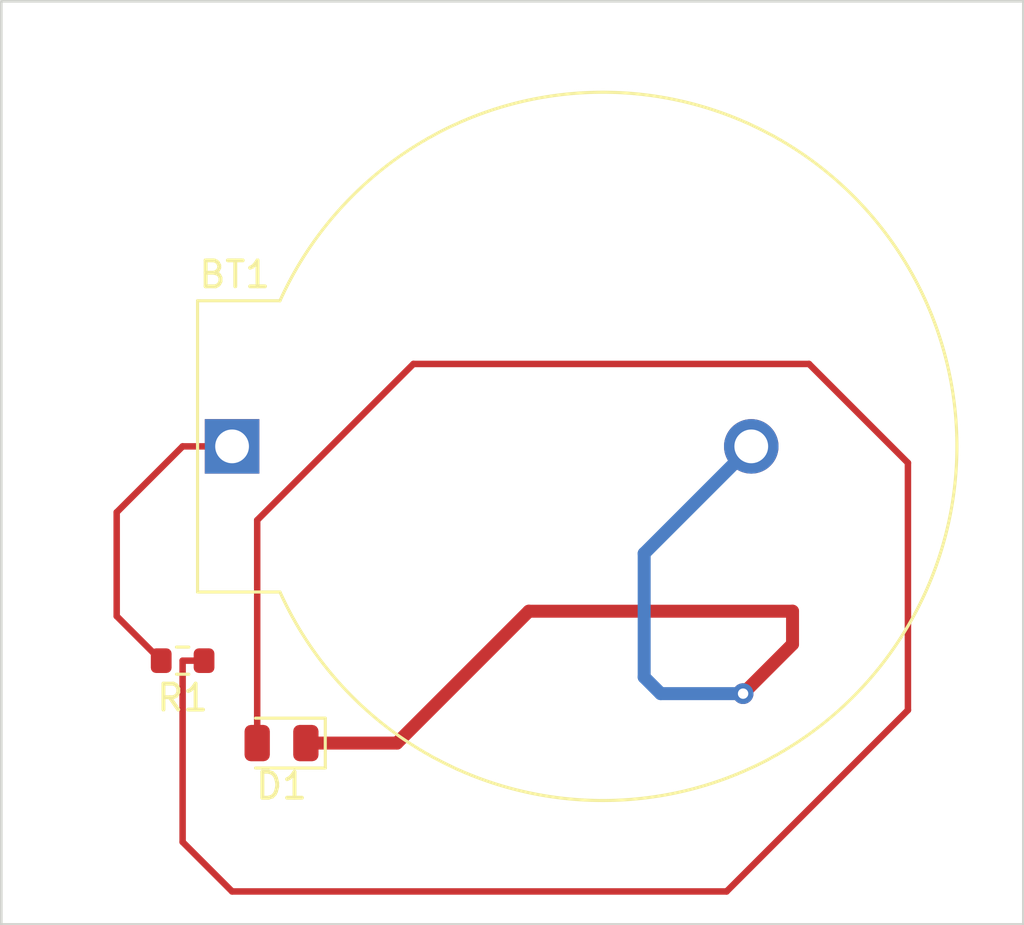
<source format=kicad_pcb>
(kicad_pcb (version 20211014) (generator pcbnew)
  (layers (0 "F.Cu" signal) (1 "In1.Cu" signal) (2 "In2.Cu" signal) (31 "B.Cu" signal) (34 "B.Paste" user) (35 "F.Paste" user) (36 "B.SilkS" user "B.Silkscreen") (37 "F.SilkS" user "F.Silkscreen") (38 "B.Mask" user) (39 "F.Mask" user) (44 "Edge.Cuts" user))
  (net 0 "")
  (net 1 "GND")
  (net 2 "battery positive")
  (net 3 "Net-(D1-Pad2)")
  (footprint "LED_SMD:LED_0805_2012Metric" (layer "F.Cu") (at 123.952 115.062 180)
    (fp_text reference "D1" (at 0 -1.65) (layer "F.SilkS"))
    (fp_text value "LED")
    (fp_line (start -1.685 0.96) (end 1 0.96) (layer "F.SilkS") (width 0.12))
    (fp_line (start -1.685 -0.96) (end -1.685 0.96) (layer "F.SilkS") (width 0.12))
    (fp_line (start 1 -0.96) (end -1.685 -0.96) (layer "F.SilkS") (width 0.12))
    (pad "1" smd roundrect (at -0.9375 0 180) (size 0.975 1.4) (layers "F.Cu" "F.Paste" "F.Mask") (net 1 "GND"))
    (pad "2" smd roundrect (at 0.9375 0 180) (size 0.975 1.4) (layers "F.Cu" "F.Paste" "F.Mask") (net 3 "Net-(D1-Pad2)"))
  )
  (footprint "Resistor_SMD:R_0603_1608Metric" (layer "F.Cu") (at 120.142 111.887 180)
    (fp_text reference "R1" (at 0 -1.43) (layer "F.SilkS"))
    (fp_text value "R")
    (fp_line (start -0.237258 0.5225) (end 0.237258 0.5225) (layer "F.SilkS") (width 0.12))
    (fp_line (start -0.237258 -0.5225) (end 0.237258 -0.5225) (layer "F.SilkS") (width 0.12))
    (pad "1" smd roundrect (at -0.825 0 180) (size 0.8 0.95) (layers "F.Cu" "F.Paste" "F.Mask") (net 3 "Net-(D1-Pad2)"))
    (pad "2" smd roundrect (at 0.825 0 180) (size 0.8 0.95) (layers "F.Cu" "F.Paste" "F.Mask") (net 2 "battery positive"))
  )
  (footprint "Battery:BatteryHolder_ComfortableElectronic_CH273-2450_1x2450" (layer "F.Cu") (at 122.047 103.632)
    (fp_text reference "BT1" (at 0.1 -6.62) (layer "F.SilkS"))
    (fp_text value "12V")
    (fp_line (start -1.33 5.61) (end -1.33 -5.61) (layer "F.SilkS") (width 0.12))
    (fp_line (start 1.845 5.61) (end -1.33 5.61) (layer "F.SilkS") (width 0.12))
    (fp_line (start -1.33 -5.61) (end 1.845 -5.61) (layer "F.SilkS") (width 0.12))
    (fp_arc (start 1.845 -5.61) (mid 27.921896 0) (end 1.845 5.61) (layer "F.SilkS") (width 0.12))
    (pad "1" thru_hole rect (at 0 0 270) (size 2.1 2.1) (drill 1.3) (layers *.Cu *.Mask) (net 2 "battery positive"))
    (pad "2" thru_hole circle (at 20 0 270) (size 2.1 2.1) (drill 1.3) (layers *.Cu *.Mask) (net 1 "GND"))
  )
  (gr_rect (start 152.527 122.047) (end 113.157 86.487) (layer "Edge.Cuts") (width 0.1) (fill none))
  (segment (start 143.637 111.252) (end 143.637 109.982) (width 0.5) (layer "F.Cu") (net 1))
  (segment (start 133.477 109.982) (end 128.397 115.062) (width 0.5) (layer "F.Cu") (net 1))
  (segment (start 128.397 115.062) (end 124.8895 115.062) (width 0.5) (layer "F.Cu") (net 1))
  (segment (start 143.637 109.982) (end 133.477 109.982) (width 0.5) (layer "F.Cu") (net 1))
  (segment (start 141.732 113.157) (end 143.637 111.252) (width 0.5) (layer "F.Cu") (net 1))
  (via (at 141.732 113.157) (size 0.8) (drill 0.4) (layers "F.Cu" "B.Cu") (net 1))
  (segment (start 137.922 112.522) (end 138.557 113.157) (width 0.5) (layer "B.Cu") (net 1))
  (segment (start 142.047 103.632) (end 137.922 107.757) (width 0.5) (layer "B.Cu") (net 1))
  (segment (start 137.922 107.757) (end 137.922 112.522) (width 0.5) (layer "B.Cu") (net 1))
  (segment (start 138.557 113.157) (end 141.732 113.157) (width 0.5) (layer "B.Cu") (net 1))
  (segment (start 119.317 111.887) (end 117.602 110.172) (width 0.25) (layer "F.Cu") (net 2))
  (segment (start 117.602 110.172) (end 117.602 106.172) (width 0.25) (layer "F.Cu") (net 2))
  (segment (start 117.602 106.172) (end 120.142 103.632) (width 0.25) (layer "F.Cu") (net 2))
  (segment (start 120.142 103.632) (end 122.047 103.632) (width 0.25) (layer "F.Cu") (net 2))
  (segment (start 148.082 104.267) (end 148.082 113.792) (width 0.25) (layer "F.Cu") (net 3))
  (segment (start 148.082 113.792) (end 141.097 120.777) (width 0.25) (layer "F.Cu") (net 3))
  (segment (start 120.142 111.887) (end 120.967 111.887) (width 0.25) (layer "F.Cu") (net 3))
  (segment (start 123.0145 115.062) (end 123.0145 106.4745) (width 0.25) (layer "F.Cu") (net 3))
  (segment (start 123.0145 106.4745) (end 129.032 100.457) (width 0.25) (layer "F.Cu") (net 3))
  (segment (start 141.097 120.777) (end 122.047 120.777) (width 0.25) (layer "F.Cu") (net 3))
  (segment (start 144.272 100.457) (end 148.082 104.267) (width 0.25) (layer "F.Cu") (net 3))
  (segment (start 122.047 120.777) (end 120.142 118.872) (width 0.25) (layer "F.Cu") (net 3))
  (segment (start 129.032 100.457) (end 144.272 100.457) (width 0.25) (layer "F.Cu") (net 3))
  (segment (start 120.142 118.872) (end 120.142 111.887) (width 0.25) (layer "F.Cu") (net 3))
)
</source>
